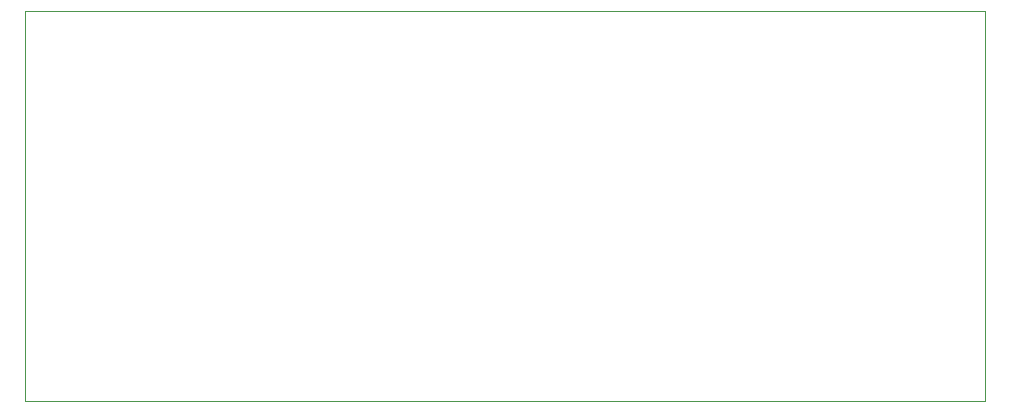
<source format=gbr>
%TF.GenerationSoftware,KiCad,Pcbnew,(6.0.1)*%
%TF.CreationDate,2022-07-14T17:02:31-04:00*%
%TF.ProjectId,AV_Speaker,41565f53-7065-4616-9b65-722e6b696361,rev?*%
%TF.SameCoordinates,Original*%
%TF.FileFunction,Profile,NP*%
%FSLAX46Y46*%
G04 Gerber Fmt 4.6, Leading zero omitted, Abs format (unit mm)*
G04 Created by KiCad (PCBNEW (6.0.1)) date 2022-07-14 17:02:31*
%MOMM*%
%LPD*%
G01*
G04 APERTURE LIST*
%TA.AperFunction,Profile*%
%ADD10C,0.100000*%
%TD*%
G04 APERTURE END LIST*
D10*
X87244000Y-75443000D02*
X168524000Y-75443000D01*
X168524000Y-75443000D02*
X168524000Y-108463000D01*
X168524000Y-108463000D02*
X87244000Y-108463000D01*
X87244000Y-108463000D02*
X87244000Y-75443000D01*
M02*

</source>
